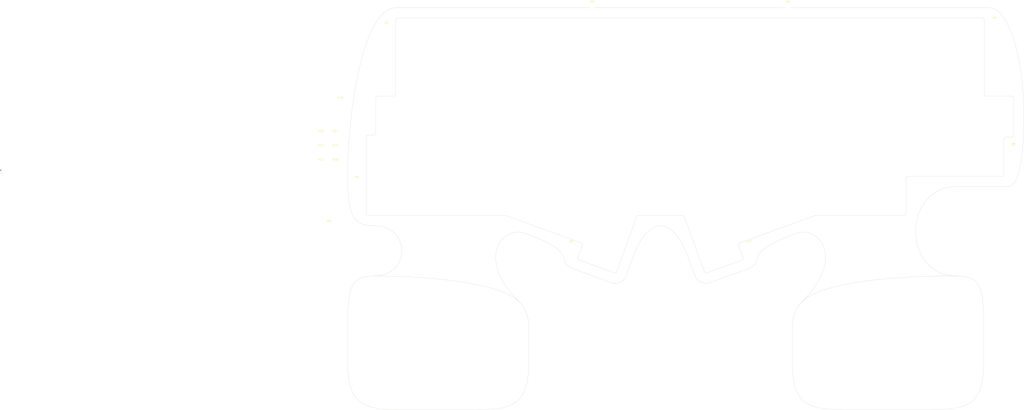
<source format=kicad_pcb>
(kicad_pcb (version 20241229) (generator "pcbnew") (generator_version "9.0")
  (layers (0 "F.Cu" signal) (2 "B.Cu" signal) (13 "F.Paste" user) (15 "B.Paste" user) (5 "F.SilkS" user "F.Silkscreen") (7 "B.SilkS" user "B.Silkscreen") (1 "F.Mask" user) (3 "B.Mask" user) (25 "Edge.Cuts" user))
  (net 0 "")
  (footprint "tmr-lib:Switch_Cutout_dummy" (layer "F.Cu") (at 256.5 19)
    (property "Reference" "S28" (hide yes))
    (property "Value" "SWHole")
  )
  (footprint "tmr-lib:MountingHole_2.7mm_M2.5" (layer "F.Cu") (at 104.5 -14.25)
    (property "Reference" "H2" (at 0 -3.65 0) (layer "F.SilkS"))
    (property "Value" "MountingHole")
    (pad "" np_thru_hole circle (at 0 0) (size 2.7 2.7) (drill 2.7) (layers "*.Cu" "*.Mask"))
  )
  (footprint "tmr-lib:Switch_Cutout_dummy" (layer "F.Cu") (at 19 0)
    (property "Reference" "S1" (hide yes))
    (property "Value" "SWHole")
  )
  (footprint "tmr-lib:MountingHole_2.7mm_M2.5" (layer "F.Cu") (at -27.18 62.52)
    (property "Reference" "H12" (at 0 -3.65 0) (layer "F.SilkS"))
    (property "Value" "MountingHole")
    (pad "" np_thru_hole circle (at 0 0) (size 2.7 2.7) (drill 2.7) (layers "*.Cu" "*.Mask"))
  )
  (footprint "tmr-lib:Switch_Cutout_2u_dummy" (layer "F.Cu") (at 113.4 92.5 70)
    (property "Reference" "S64" (hide yes))
    (property "Value" "SWHole")
  )
  (footprint "tmr-lib:Switch_Cutout_dummy" (layer "F.Cu") (at 213.75 57)
    (property "Reference" "S55" (hide yes))
    (property "Value" "SWHole")
  )
  (footprint "tmr-lib:Switch_Cutout_dummy" (layer "F.Cu") (at 180.4 87.25 20)
    (property "Reference" "S67" (hide yes))
    (property "Value" "SWHole")
  )
  (footprint "tmr-lib:Switch_Cutout_dummy" (layer "F.Cu") (at 95.1 87.25 -20)
    (property "Reference" "S63" (hide yes))
    (property "Value" "SWHole")
  )
  (footprint "tmr-lib:Switch_Cutout_dummy" (layer "F.Cu") (at 47.5 19)
    (property "Reference" "S17" (hide yes))
    (property "Value" "SWHole")
  )
  (footprint "tmr-lib:Switch_Cutout_dummy" (layer "F.Cu") (at 285 0)
    (property "Reference" "S15" (hide yes))
    (property "Value" "SWHole")
  )
  (footprint "tmr-lib:Switch_Cutout_dummy" (layer "F.Cu") (at 57 0)
    (property "Reference" "S3" (hide yes))
    (property "Value" "SWHole")
  )
  (footprint "tmr-lib:MountingHole_2.7mm_M2.5" (layer "F.Cu") (at 94.25 102.25)
    (property "Reference" "H6" (at 0 -3.65 0) (layer "F.SilkS"))
    (property "Value" "MountingHole")
    (pad "" np_thru_hole circle (at 0 0) (size 2.7 2.7) (drill 2.7) (layers "*.Cu" "*.Mask"))
  )
  (footprint "tmr-lib:MountingHole_2.7mm_M2.5" (layer "F.Cu") (at -27.18 48.62)
    (property "Reference" "H10" (at 0 -3.65 0) (layer "F.SilkS"))
    (property "Value" "MountingHole")
    (pad "" np_thru_hole circle (at 0 0) (size 2.7 2.7) (drill 2.7) (layers "*.Cu" "*.Mask"))
  )
  (footprint "tmr-lib:Switch_Cutout_dummy" (layer "F.Cu") (at 137.75 57)
    (property "Reference" "S51" (hide yes))
    (property "Value" "SWHole")
  )
  (footprint "tmr-lib:MountingHole_2.7mm_M2.5" (layer "F.Cu") (at -20.23 48.62)
    (property "Reference" "H14" (at 0 -3.65 0) (layer "F.SilkS"))
    (property "Value" "MountingHole")
    (pad "" np_thru_hole circle (at 0 0) (size 2.7 2.7) (drill 2.7) (layers "*.Cu" "*.Mask"))
  )
  (footprint "tmr-lib:Switch_Cutout_dummy" (layer "F.Cu") (at 90.25 38)
    (property "Reference" "S34" (hide yes))
    (property "Value" "SWHole")
  )
  (footprint "tmr-lib:MountingHole_2.7mm_M2.5" (layer "F.Cu") (at 300 -6.5)
    (property "Reference" "H4" (at 0 -3.65 0) (layer "F.SilkS"))
    (property "Value" "MountingHole")
    (pad "" np_thru_hole circle (at 0 0) (size 2.7 2.7) (drill 2.7) (layers "*.Cu" "*.Mask"))
  )
  (footprint "tmr-lib:MountingHole_2.7mm_M2.5" (layer "F.Cu") (at -27.18 55.57)
    (property "Reference" "H11" (at 0 -3.65 0) (layer "F.SilkS"))
    (property "Value" "MountingHole")
    (pad "" np_thru_hole circle (at 0 0) (size 2.7 2.7) (drill 2.7) (layers "*.Cu" "*.Mask"))
  )
  (footprint "tmr-lib:Switch_Cutout_dummy" (layer "F.Cu") (at 80.75 57)
    (property "Reference" "S48" (hide yes))
    (property "Value" "SWHole")
  )
  (footprint "tmr-lib:Switch_Cutout_dummy" (layer "F.Cu") (at 166.25 38)
    (property "Reference" "S38" (hide yes))
    (property "Value" "SWHole")
  )
  (footprint "tmr-lib:Switch_Cutout_dummy" (layer "F.Cu") (at 254.125 57)
    (property "Reference" "S57" (hide yes))
    (property "Value" "SWHole")
  )
  (footprint "tmr-lib:MountingHole_2.7mm_M2.5" (layer "F.Cu") (at -9.75 71)
    (property "Reference" "H5" (at 0 -3.65 0) (layer "F.SilkS"))
    (property "Value" "MountingHole")
    (pad "" np_thru_hole circle (at 0 0) (size 2.7 2.7) (drill 2.7) (layers "*.Cu" "*.Mask"))
  )
  (footprint "tmr-lib:Switch_Cutout_dummy" (layer "F.Cu") (at 223.25 38)
    (property "Reference" "S41" (hide yes))
    (property "Value" "SWHole")
  )
  (footprint "tmr-lib:Switch_Cutout_dummy" (layer "F.Cu") (at 147.25 38)
    (property "Reference" "S37" (hide yes))
    (property "Value" "SWHole")
  )
  (footprint "tmr-lib:Switch_Cutout_dummy" (layer "F.Cu") (at 52.25 76)
    (property "Reference" "S61" (hide yes))
    (property "Value" "SWHole")
  )
  (footprint "tmr-lib:Switch_Cutout_dummy" (layer "F.Cu") (at 156.75 57)
    (property "Reference" "S52" (hide yes))
    (property "Value" "SWHole")
  )
  (footprint "tmr-lib:Switch_Cutout_dummy" (layer "F.Cu") (at 128.25 38)
    (property "Reference" "S36" (hide yes))
    (property "Value" "SWHole")
  )
  (footprint "tmr-lib:Switch_Cutout_dummy" (layer "F.Cu") (at 7.125 76)
    (property "Reference" "S59" (hide yes))
    (property "Value" "SWHole")
  )
  (footprint "tmr-lib:MountingHole_2.7mm_M2.5" (layer "F.Cu") (at -20.23 62.52)
    (property "Reference" "H16" (at 0 -3.65 0) (layer "F.SilkS"))
    (property "Value" "MountingHole")
    (pad "" np_thru_hole circle (at 0 0) (size 2.7 2.7) (drill 2.7) (layers "*.Cu" "*.Mask"))
  )
  (footprint "tmr-lib:Switch_Cutout_dummy" (layer "F.Cu") (at 77.225 80.7 -20)
    (property "Reference" "S62" (hide yes))
    (property "Value" "SWHole")
  )
  (footprint "tmr-lib:Switch_Cutout_dummy" (layer "F.Cu") (at 118.75 57)
    (property "Reference" "S50" (hide yes))
    (property "Value" "SWHole")
  )
  (footprint "tmr-lib:Switch_Cutout_dummy" (layer "F.Cu") (at 198.35 80.7 20)
    (property "Reference" "S68" (hide yes))
    (property "Value" "SWHole")
  )
  (footprint "tmr-lib:Switch_Cutout_dummy" (layer "F.Cu") (at 266 0)
    (property "Reference" "S14" (hide yes))
    (property "Value" "SWHole")
  )
  (footprint "tmr-lib:Switch_Cutout_dummy" (layer "F.Cu") (at 142.5 19)
    (property "Reference" "S22" (hide yes))
    (property "Value" "SWHole")
  )
  (footprint "tmr-lib:Switch_Cutout_dummy" (layer "F.Cu") (at 294.5 57)
    (property "Reference" "S71" (hide yes))
    (property "Value" "SWHole")
  )
  (footprint "tmr-lib:Switch_Cutout_dummy" (layer "F.Cu") (at 280.25 19)
    (property "Reference" "S29" (hide yes))
    (property "Value" "SWHole")
  )
  (footprint "tmr-lib:Switch_Cutout_dummy" (layer "F.Cu") (at 228 0)
    (property "Reference" "S12" (hide yes))
    (property "Value" "SWHole")
  )
  (footprint "tmr-lib:Switch_Cutout_dummy" (layer "F.Cu") (at 223.25 76)
    (property "Reference" "S69" (hide yes))
    (property "Value" "SWHole")
  )
  (footprint "tmr-lib:Switch_Cutout_dummy" (layer "F.Cu") (at 66.5 19)
    (property "Reference" "S18" (hide yes))
    (property "Value" "SWHole")
  )
  (footprint "tmr-lib:Switch_Cutout_dummy" (layer "F.Cu") (at 194.75 57)
    (property "Reference" "S54" (hide yes))
    (property "Value" "SWHole")
  )
  (footprint "tmr-lib:Switch_Cutout_dummy" (layer "F.Cu") (at 204.25 38)
    (property "Reference" "S40" (hide yes))
    (property "Value" "SWHole")
  )
  (footprint "tmr-lib:Switch_Cutout_dummy" (layer "F.Cu") (at 38 0)
    (property "Reference" "S2" (hide yes))
    (property "Value" "SWHole")
  )
  (footprint "tmr-lib:Switch_Cutout_dummy" (layer "F.Cu") (at 180.5 19)
    (property "Reference" "S24" (hide yes))
    (property "Value" "SWHole")
  )
  (footprint "tmr-lib:Switch_Cutout_dummy" (layer "F.Cu") (at 30.875 76)
    (property "Reference" "S60" (hide yes))
    (property "Value" "SWHole")
  )
  (footprint "tmr-lib:Switch_Cutout_dummy" (layer "F.Cu") (at 99.75 57)
    (property "Reference" "S49" (hide yes))
    (property "Value" "SWHole")
  )
  (footprint "tmr-lib:Switch_Cutout_dummy" (layer "F.Cu") (at 218.5 19)
    (property "Reference" "S26" (hide yes))
    (property "Value" "SWHole")
  )
  (footprint "tmr-lib:Switch_Cutout_dummy" (layer "F.Cu") (at 95 0)
    (property "Reference" "S5" (hide yes))
    (property "Value" "SWHole")
  )
  (footprint "tmr-lib:Switch_Cutout_dummy" (layer "F.Cu") (at 137.75 76)
    (property "Reference" "S65" (hide yes))
    (property "Value" "SWHole")
  )
  (footprint "tmr-lib:Switch_Cutout_dummy" (layer "F.Cu") (at 152 0)
    (property "Reference" "S8" (hide yes))
    (property "Value" "SWHole")
  )
  (footprint "tmr-lib:Switch_Cutout_dummy" (layer "F.Cu") (at 61.75 57)
    (property "Reference" "S47" (hide yes))
    (property "Value" "SWHole")
  )
  (footprint "tmr-lib:Switch_Cutout_dummy" (layer "F.Cu") (at 244.625 76)
    (property "Reference" "S70" (hide yes))
    (property "Value" "SWHole")
  )
  (footprint "tmr-lib:Switch_Cutout_dummy" (layer "F.Cu") (at 185.25 38)
    (property "Reference" "S39" (hide yes))
    (property "Value" "SWHole")
  )
  (footprint "tmr-lib:Switch_Cutout_dummy" (layer "F.Cu") (at 23.75 19)
    (property "Reference" "S16" (hide yes))
    (property "Value" "SWHole")
  )
  (footprint "tmr-lib:Switch_Cutout_dummy" (layer "F.Cu") (at 11.875 38)
    (property "Reference" "S30" (hide yes))
    (property "Value" "SWHole")
  )
  (footprint "tmr-lib:MountingHole_2.7mm_M2.5" (layer "F.Cu") (at -20.23 55.57)
    (property "Reference" "H15" (at 0 -3.65 0) (layer "F.SilkS"))
    (property "Value" "MountingHole")
    (pad "" np_thru_hole circle (at 0 0) (size 2.7 2.7) (drill 2.7) (layers "*.Cu" "*.Mask"))
  )
  (footprint "tmr-lib:MountingHole_2.7mm_M2.5" (layer "F.Cu") (at 199.5 -14.25)
    (property "Reference" "H3" (at 0 -3.65 0) (layer "F.SilkS"))
    (property "Value" "MountingHole")
    (pad "" np_thru_hole circle (at 0 0) (size 2.7 2.7) (drill 2.7) (layers "*.Cu" "*.Mask"))
  )
  (footprint "tmr-lib:Switch_Cutout_dummy" (layer "F.Cu") (at 190 0)
    (property "Reference" "S10" (hide yes))
    (property "Value" "SWHole")
  )
  (footprint "tmr-lib:Switch_Cutout_dummy" (layer "F.Cu") (at 35.625 57)
    (property "Reference" "S46" (hide yes))
    (property "Value" "SWHole")
  )
  (footprint "tmr-lib:Switch_Cutout_dummy" (layer "F.Cu") (at 52.25 38)
    (property "Reference" "S32" (hide yes))
    (property "Value" "SWHole")
  )
  (footprint "tmr-lib:Switch_Cutout_dummy" (layer "F.Cu") (at 242.25 38)
    (property "Reference" "S42" (hide yes))
    (property "Value" "SWHole")
  )
  (footprint "tmr-lib:Switch_Cutout_dummy" (layer "F.Cu") (at 33.25 38)
    (property "Reference" "S31" (hide yes))
    (property "Value" "SWHole")
  )
  (footprint "tmr-lib:Switch_Cutout_dummy" (layer "F.Cu") (at 280.25 38)
    (property "Reference" "S44" (hide yes))
    (property "Value" "SWHole")
  )
  (footprint "tmr-lib:Switch_Cutout_dummy" (layer "F.Cu") (at 123.5 19)
    (property "Reference" "S21" (hide yes))
    (property "Value" "SWHole")
  )
  (footprint "tmr-lib:Switch_Cutout_2u_dummy" (layer "F.Cu") (at 162.1 92.5 -70)
    (property "Reference" "S66" (hide yes))
    (property "Value" "SWHole")
  )
  (footprint "tmr-lib:Switch_Cutout_dummy" (layer "F.Cu") (at 275.5 57)
    (property "Reference" "S58" (hide yes))
    (property "Value" "SWHole")
  )
  (footprint "tmr-lib:MountingHole_2.7mm_M2.5" (layer "F.Cu") (at -17.87 32.4)
    (property "Reference" "H13" (at 0 -3.65 0) (layer "F.SilkS"))
    (property "Value" "MountingHole")
    (pad "" np_thru_hole circle (at 0 0) (size 2.7 2.7) (drill 2.7) (layers "*.Cu" "*.Mask"))
  )
  (footprint "tmr-lib:MountingHole_2.7mm_M2.5" (layer "F.Cu") (at -23.36 92.4)
    (property "Reference" "H9" (at 0 -3.65 0) (layer "F.SilkS"))
    (property "Value" "MountingHole")
    (pad "" np_thru_hole circle (at 0 0) (size 2.7 2.7) (drill 2.7) (layers "*.Cu" "*.Mask"))
  )
  (footprint "tmr-lib:Switch_Cutout_dummy" (layer "F.Cu") (at 133 0)
    (property "Reference" "S7" (hide yes))
    (property "Value" "SWHole")
  )
  (footprint "tmr-lib:Switch_Cutout_dummy" (layer "F.Cu") (at 175.75 57)
    (property "Reference" "S53" (hide yes))
    (property "Value" "SWHole")
  )
  (footprint "tmr-lib:Switch_Cutout_dummy" (layer "F.Cu") (at 161.5 19)
    (property "Reference" "S23" (hide yes))
    (property "Value" "SWHole")
  )
  (footprint "tmr-lib:MountingHole_2.7mm_M2.5" (layer "F.Cu") (at 309 55)
    (property "Reference" "H8" (at 0 -3.65 0) (layer "F.SilkS"))
    (property "Value" "MountingHole")
    (pad "" np_thru_hole circle (at 0 0) (size 2.7 2.7) (drill 2.7) (layers "*.Cu" "*.Mask"))
  )
  (footprint "tmr-lib:Switch_Cutout_dummy" (layer "F.Cu") (at 247 0)
    (property "Reference" "S13" (hide yes))
    (property "Value" "SWHole")
  )
  (footprint "tmr-lib:Switch_Cutout_dummy" (layer "F.Cu") (at 209 0)
    (property "Reference" "S11" (hide yes))
    (property "Value" "SWHole")
  )
  (footprint "tmr-lib:Switch_Cutout_dummy" (layer "F.Cu") (at 71.25 38)
    (property "Reference" "S33" (hide yes))
    (property "Value" "SWHole")
  )
  (footprint "tmr-lib:MountingHole_2.7mm_M2.5" (layer "F.Cu") (at 4.6 -4)
    (property "Reference" "H1" (at 0 -3.65 0) (layer "F.SilkS"))
    (property "Value" "MountingHole")
    (pad "" np_thru_hole circle (at 0 0) (size 2.7 2.7) (drill 2.7) (layers "*.Cu" "*.Mask"))
  )
  (footprint "tmr-lib:Switch_Cutout_dummy" (layer "F.Cu") (at 7.125 57)
    (property "Reference" "S45" (hide yes))
    (property "Value" "SWHole")
  )
  (footprint "tmr-lib:Switch_Cutout_dummy" (layer "F.Cu") (at 232.75 57)
    (property "Reference" "S56" (hide yes))
    (property "Value" "SWHole")
  )
  (footprint "tmr-lib:Switch_Cutout_dummy" (layer "F.Cu") (at 261.25 38)
    (property "Reference" "S43" (hide yes))
    (property "Value" "SWHole")
  )
  (footprint "tmr-lib:Switch_Cutout_dummy" (layer "F.Cu") (at 114 0)
    (property "Reference" "S6" (hide yes))
    (property "Value" "SWHole")
  )
  (footprint "tmr-lib:Switch_Cutout_dummy" (layer "F.Cu") (at 104.5 19)
    (property "Reference" "S20" (hide yes))
    (property "Value" "SWHole")
  )
  (footprint "tmr-lib:MountingHole_2.7mm_M2.5" (layer "F.Cu") (at 181 102.25)
    (property "Reference" "H7" (at 0 -3.65 0) (layer "F.SilkS"))
    (property "Value" "MountingHole")
    (pad "" np_thru_hole circle (at 0 0) (size 2.7 2.7) (drill 2.7) (layers "*.Cu" "*.Mask"))
  )
  (footprint "tmr-lib:Switch_Cutout_dummy" (layer "F.Cu") (at 199.5 19)
    (property "Reference" "S25" (hide yes))
    (property "Value" "SWHole")
  )
  (footprint "tmr-lib:Switch_Cutout_dummy" (layer "F.Cu") (at 76 0)
    (property "Reference" "S4" (hide yes))
    (property "Value" "SWHole")
  )
  (footprint "tmr-lib:Switch_Cutout_dummy" (layer "F.Cu") (at 171 0)
    (property "Reference" "S9" (hide yes))
    (property "Value" "SWHole")
  )
  (footprint "tmr-lib:Switch_Cutout_dummy" (layer "F.Cu") (at 109.25 38)
    (property "Reference" "S35" (hide yes))
    (property "Value" "SWHole")
  )
  (footprint "tmr-lib:Switch_Cutout_dummy" (layer "F.Cu") (at 85.5 19)
    (property "Reference" "S19" (hide yes))
    (property "Value" "SWHole")
  )
  (footprint "tmr-lib:Switch_Cutout_dummy" (layer "F.Cu") (at 237.5 19)
    (property "Reference" "S27" (hide yes))
    (property "Value" "SWHole")
  )
  (footprint "tmr-lib:Switch_Cutout_dummy" (layer "F.Cu") (at 299.25 38)
    (property "Reference" "S72" (hide yes))
    (property "Value" "SWHole")
  )
  (gr_line (start 297.25 -15) (end 9.5 -15) (stroke (width 0.1)) (layer "Edge.Cuts"))
  (gr_arc (start -4.25 86) (mid -4.957107 85.707107) (end -5.25 85) (stroke (width 0.1)) (layer "Edge.Cuts"))
  (gr_line (start 62.251258 86) (end -4.25 86) (stroke (width 0.1)) (layer "Edge.Cuts"))
  (gr_arc (start 98.273319 107.745797) (mid 97.709035 107.228732) (end 97.675691 106.4641) (stroke (width 0.1)) (layer "Edge.Cuts"))
  (gr_arc (start 160.312176 113.902188) (mid 159.547565 113.868856) (end 159.030487 113.304585) (stroke (width 0.1)) (layer "Edge.Cuts"))
  (gr_curve (pts (xy 124.246197 106.557382) (xy 131.77064 85.884145) (xy 143.72936 85.884145) (xy 151.253803 106.557382)) (stroke (width 0.1)) (layer "Edge.Cuts"))
  (gr_line (start 160.312176 113.902188) (end 177.226681 107.745797) (stroke (width 0.1)) (layer "Edge.Cuts"))
  (gr_arc (start 99.189794 99.380347) (mid 99.75407 99.89741) (end 99.787472 100.662044) (stroke (width 0.1)) (layer "Edge.Cuts"))
  (gr_arc (start 304.5 66) (mid 304.207107 66.707107) (end 303.5 67) (stroke (width 0.1)) (layer "Edge.Cuts"))
  (gr_line (start 96.093427 112.273277) (end 113.947586 118.771659) (stroke (width 0.1)) (layer "Edge.Cuts"))
  (gr_arc (start 9 27) (mid 8.707107 27.707107) (end 8 28) (stroke (width 0.1)) (layer "Edge.Cuts"))
  (gr_curve (pts (xy 281.925 115.5) (xy 254.925 115.5) (xy 254.925 72) (xy 281.925 72)) (stroke (width 0.1)) (layer "Edge.Cuts"))
  (gr_line (start 0.5 28) (end 8 28) (stroke (width 0.1)) (layer "Edge.Cuts"))
  (gr_curve (pts (xy 294.75 139.5) (xy 294.75 120.5) (xy 292.925 115.5) (xy 281.925 115.5)) (stroke (width 0.1)) (layer "Edge.Cuts"))
  (gr_arc (start 296 28) (mid 295.292893 27.707107) (end 295 27) (stroke (width 0.1)) (layer "Edge.Cuts"))
  (gr_curve (pts (xy 201.75 156.5) (xy 201.75 175.5) (xy 206.75 180.5) (xy 225.75 180.5)) (stroke (width 0.1)) (layer "Edge.Cuts"))
  (gr_arc (start 148.3922 86) (mid 148.965777 86.180848) (end 149.331893 86.657979) (stroke (width 0.1)) (layer "Edge.Cuts"))
  (gr_line (start 281.925 115.5) (end 276.925 115.5) (stroke (width 0.1)) (layer "Edge.Cuts"))
  (gr_curve (pts (xy 69 128) (xy 71.828427 130.828427) (xy 73.75 135.5) (xy 73.75 139.5)) (stroke (width 0.1)) (layer "Edge.Cuts"))
  (gr_line (start 309.25 47) (end 309.25 29) (stroke (width 0.1)) (layer "Edge.Cuts"))
  (gr_arc (start 308.25 28) (mid 308.957107 28.292893) (end 309.25 29) (stroke (width 0.1)) (layer "Edge.Cuts"))
  (gr_line (start 294 -10) (end 10 -10) (stroke (width 0.1)) (layer "Edge.Cuts"))
  (gr_line (start 201.75 139.5) (end 201.75 156.5) (stroke (width 0.1)) (layer "Edge.Cuts"))
  (gr_line (start 294.75 156.5) (end 294.75 139.5) (stroke (width 0.1)) (layer "Edge.Cuts"))
  (gr_curve (pts (xy -1.425 115.5) (xy 17.575 115.5) (xy 58.393399 117.393399) (xy 69 128)) (stroke (width 0.1)) (layer "Edge.Cuts"))
  (gr_line (start 161.552414 118.771659) (end 179.406573 112.273277) (stroke (width 0.1)) (layer "Edge.Cuts"))
  (gr_line (start 295 27) (end 295 -9) (stroke (width 0.1)) (layer "Edge.Cuts"))
  (gr_line (start 308.25 28) (end 296 28) (stroke (width 0.1)) (layer "Edge.Cuts"))
  (gr_line (start 9 27) (end 9 -9) (stroke (width 0.1)) (layer "Edge.Cuts"))
  (gr_curve (pts (xy 73.75 156.5) (xy 73.75 175.5) (xy 68.75 180.5) (xy 49.75 180.5)) (stroke (width 0.1)) (layer "Edge.Cuts"))
  (gr_line (start 126.168107 86.657979) (end 116.469513 113.304585) (stroke (width 0.1)) (layer "Edge.Cuts"))
  (gr_arc (start 9 -9) (mid 9.292893 -9.707107) (end 10 -10) (stroke (width 0.1)) (layer "Edge.Cuts"))
  (gr_curve (pts (xy 72.094698 94.795389) (xy 100.285476 105.055993) (xy 84.817116 108.169036) (xy 96.093427 112.273277)) (stroke (width 0.1)) (layer "Edge.Cuts"))
  (gr_arc (start 257 85) (mid 256.707107 85.707107) (end 256 86) (stroke (width 0.1)) (layer "Edge.Cuts"))
  (gr_arc (start -0.5 46) (mid -0.792893 46.707107) (end -1.5 47) (stroke (width 0.1)) (layer "Edge.Cuts"))
  (gr_arc (start 116.469513 113.304585) (mid 115.952452 113.868867) (end 115.187824 113.902188) (stroke (width 0.1)) (layer "Edge.Cuts"))
  (gr_line (start 281.925 72) (end 306.75 72) (stroke (width 0.1)) (layer "Edge.Cuts"))
  (gr_arc (start 177.824309 106.4641) (mid 177.790982 107.228751) (end 177.226681 107.745797) (stroke (width 0.1)) (layer "Edge.Cuts"))
  (gr_curve (pts (xy -1.425 91) (xy -11.425 91) (xy -14.25 86.5) (xy -14.25 66.5)) (stroke (width 0.1)) (layer "Edge.Cuts"))
  (gr_line (start 49.75 180.5) (end 9.75 180.5) (stroke (width 0.1)) (layer "Edge.Cuts"))
  (gr_curve (pts (xy 206.5 128) (xy 227.713203 106.786797) (xy 214.756613 90.691148) (xy 203.480302 94.795389)) (stroke (width 0.1)) (layer "Edge.Cuts"))
  (gr_line (start 258 67) (end 303.5 67) (stroke (width 0.1)) (layer "Edge.Cuts"))
  (gr_curve (pts (xy 203.480302 94.795389) (xy 175.289524 105.055993) (xy 190.682884 108.169036) (xy 179.406573 112.273277)) (stroke (width 0.1)) (layer "Edge.Cuts"))
  (gr_arc (start 175.712528 100.662044) (mid 175.74591 99.897408) (end 176.310206 99.380347) (stroke (width 0.1)) (layer "Edge.Cuts"))
  (gr_line (start 137.75 86) (end 127.1078 86) (stroke (width 0.1)) (layer "Edge.Cuts"))
  (gr_line (start 73.75 139.5) (end 73.75 156.5) (stroke (width 0.1)) (layer "Edge.Cuts"))
  (gr_curve (pts (xy 69 128) (xy 47.786797 106.786797) (xy 60.818387 90.691148) (xy 72.094698 94.795389)) (stroke (width 0.1)) (layer "Edge.Cuts"))
  (gr_line (start 97.675691 106.4641) (end 99.787472 100.662044) (stroke (width 0.1)) (layer "Edge.Cuts"))
  (gr_line (start 151.253803 106.557382) (end 154.502994 115.484461) (stroke (width 0.1)) (layer "Edge.Cuts"))
  (gr_line (start 149.331893 86.657979) (end 159.030487 113.304585) (stroke (width 0.1)) (layer "Edge.Cuts"))
  (gr_arc (start 257 68) (mid 257.292893 67.292893) (end 258 67) (stroke (width 0.1)) (layer "Edge.Cuts"))
  (gr_line (start 115.187824 113.902188) (end 98.273319 107.745797) (stroke (width 0.1)) (layer "Edge.Cuts"))
  (gr_curve (pts (xy -14.25 66.5) (xy -14.25 38.5) (xy -7.5 -15) (xy 9.5 -15)) (stroke (width 0.1)) (layer "Edge.Cuts"))
  (gr_curve (pts (xy 9.75 180.5) (xy -9.25 180.5) (xy -14.25 175.5) (xy -14.25 156.5)) (stroke (width 0.1)) (layer "Edge.Cuts"))
  (gr_line (start 120.997006 115.484461) (end 124.246197 106.557382) (stroke (width 0.1)) (layer "Edge.Cuts"))
  (gr_line (start 213.248742 86) (end 256 86) (stroke (width 0.1)) (layer "Edge.Cuts"))
  (gr_line (start 176.310206 99.380347) (end 212.906715 86.060275) (stroke (width 0.1)) (layer "Edge.Cuts"))
  (gr_curve (pts (xy -14.25 139.5) (xy -14.25 120.5) (xy -12.425 115.5) (xy -1.425 115.5)) (stroke (width 0.1)) (layer "Edge.Cuts"))
  (gr_arc (start 309.25 47) (mid 308.957107 47.707107) (end 308.25 48) (stroke (width 0.1)) (layer "Edge.Cuts"))
  (gr_line (start 305.5 48) (end 308.25 48) (stroke (width 0.1)) (layer "Edge.Cuts"))
  (gr_line (start -0.5 46) (end -0.5 29) (stroke (width 0.1)) (layer "Edge.Cuts"))
  (gr_line (start -4.25 47) (end -1.5 47) (stroke (width 0.1)) (layer "Edge.Cuts"))
  (gr_line (start 225.75 180.5) (end 270.75 180.5) (stroke (width 0.1)) (layer "Edge.Cuts"))
  (gr_line (start 257 85) (end 257 68) (stroke (width 0.1)) (layer "Edge.Cuts"))
  (gr_arc (start -5.25 48) (mid -4.957107 47.292893) (end -4.25 47) (stroke (width 0.1)) (layer "Edge.Cuts"))
  (gr_arc (start 126.168107 86.657979) (mid 126.534223 86.180847) (end 127.1078 86) (stroke (width 0.1)) (layer "Edge.Cuts"))
  (gr_arc (start -0.5 29) (mid -0.207107 28.292893) (end 0.5 28) (stroke (width 0.1)) (layer "Edge.Cuts"))
  (gr_arc (start 62.251258 86) (mid 62.42491 86.015166) (end 62.593285 86.060275) (stroke (width 0.1)) (layer "Edge.Cuts"))
  (gr_line (start 304.5 66) (end 304.5 49) (stroke (width 0.1)) (layer "Edge.Cuts"))
  (gr_curve (pts (xy 154.502994 115.484461) (xy 155.443549 118.068615) (xy 158.96826 119.712214) (xy 161.552414 118.771659)) (stroke (width 0.1)) (layer "Edge.Cuts"))
  (gr_line (start -14.25 156.5) (end -14.25 139.5) (stroke (width 0.1)) (layer "Edge.Cuts"))
  (gr_line (start -5.25 85) (end -5.25 48) (stroke (width 0.1)) (layer "Edge.Cuts"))
  (gr_arc (start 294 -10) (mid 294.707107 -9.707107) (end 295 -9) (stroke (width 0.1)) (layer "Edge.Cuts"))
  (gr_curve (pts (xy 306.75 72) (xy 311.75 72) (xy 314.25 58) (xy 314.25 38)) (stroke (width 0.1)) (layer "Edge.Cuts"))
  (gr_curve (pts (xy 113.947586 118.771659) (xy 116.53174 119.712214) (xy 120.056451 118.068615) (xy 120.997006 115.484461)) (stroke (width 0.1)) (layer "Edge.Cuts"))
  (gr_curve (pts (xy 276.925 115.5) (xy 257.925 115.5) (xy 217.106601 117.393399) (xy 206.5 128)) (stroke (width 0.1)) (layer "Edge.Cuts"))
  (gr_arc (start 304.5 49) (mid 304.792893 48.292893) (end 305.5 48) (stroke (width 0.1)) (layer "Edge.Cuts"))
  (gr_curve (pts (xy 206.5 128) (xy 203.671573 130.828427) (xy 201.75 135.5) (xy 201.75 139.5)) (stroke (width 0.1)) (layer "Edge.Cuts"))
  (gr_curve (pts (xy 314.25 38) (xy 314.25 10) (xy 307.25 -15) (xy 297.25 -15)) (stroke (width 0.1)) (layer "Edge.Cuts"))
  (gr_line (start 137.75 86) (end 148.3922 86) (stroke (width 0.1)) (layer "Edge.Cuts"))
  (gr_line (start 177.824309 106.4641) (end 175.712528 100.662044) (stroke (width 0.1)) (layer "Edge.Cuts"))
  (gr_line (start 99.189794 99.380347) (end 62.593285 86.060275) (stroke (width 0.1)) (layer "Edge.Cuts"))
  (gr_curve (pts (xy 270.75 180.5) (xy 289.75 180.5) (xy 294.75 175.5) (xy 294.75 156.5)) (stroke (width 0.1)) (layer "Edge.Cuts"))
  (gr_arc (start 212.906715 86.060275) (mid 213.075089 86.01516) (end 213.248742 86) (stroke (width 0.1)) (layer "Edge.Cuts"))
  (gr_curve (pts (xy -1.425 115.5) (xy 16.575 115.5) (xy 16.575 91) (xy -1.425 91)) (stroke (width 0.1)) (layer "Edge.Cuts"))
  (via (at -182.81 64.04) (size 0.6) (drill 0.3) (layers "F.Cu" "B.Cu") (net 0))
)
</source>
